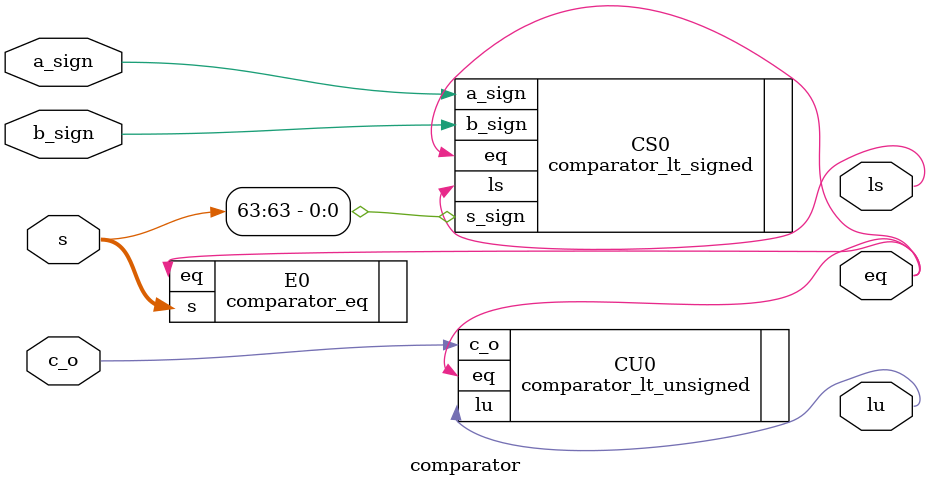
<source format=v>
/* 
Módulo que junta todos os 3 comparadores feitos
em um único módulo 
*/
module comparator (
  input wire a_sign, b_sign, c_o, // Bit de sinal de A e B, e o bit COUT
  input wire [63:0] s, // Valor da subtração A - B
  output wire eq, lu, ls // Saídas das comparações
);
  
  // Utilização dos módulos previamente criados
  comparator_eq E0 (.s, .eq);
  comparator_lt_unsigned CU0 (.c_o, .eq, .lu);
  comparator_lt_signed CS0 (.a_sign, .b_sign, .s_sign(s[63]), .eq, .ls);

endmodule

</source>
